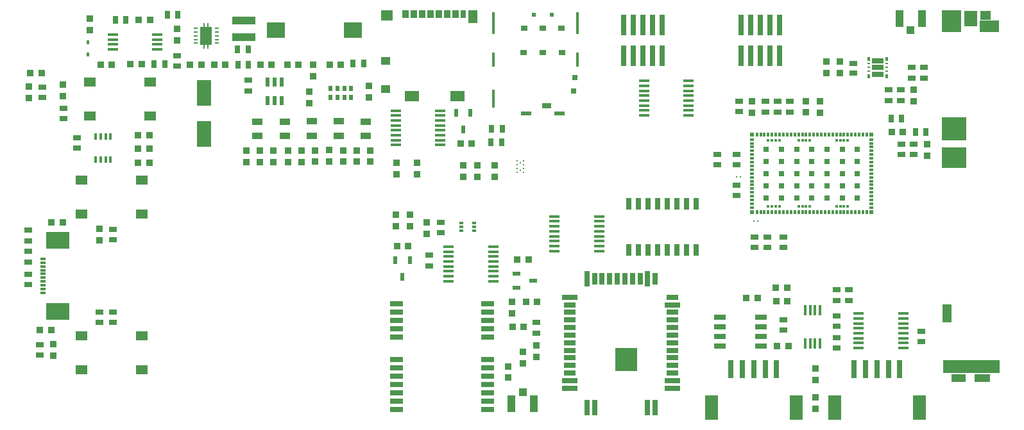
<source format=gtp>
G04*
G04 #@! TF.GenerationSoftware,Altium Limited,Altium Designer,21.6.4 (81)*
G04*
G04 Layer_Color=8421504*
%FSLAX44Y44*%
%MOMM*%
G71*
G04*
G04 #@! TF.SameCoordinates,DA7206DA-C6EB-4482-9556-2D8F6DD5BCF2*
G04*
G04*
G04 #@! TF.FilePolarity,Positive*
G04*
G01*
G75*
%ADD16C,0.2500*%
%ADD17R,0.5000X0.8000*%
%ADD18R,0.9500X0.9000*%
%ADD19R,1.7810X0.8000*%
%ADD20R,1.7810X0.8000*%
%ADD21R,0.7500X1.6000*%
%ADD22R,0.7400X2.7950*%
%ADD23R,0.9000X0.9500*%
%ADD24R,0.7800X0.9900*%
%ADD25R,0.9900X0.7800*%
%ADD26R,1.5500X0.7450*%
%ADD27R,1.5500X0.6700*%
%ADD28R,0.4250X0.5150*%
%ADD29R,0.4250X0.2750*%
%ADD30R,0.9000X0.7000*%
%ADD31R,0.7000X0.7000*%
%ADD32R,1.2000X0.6500*%
%ADD33R,0.4500X2.9000*%
%ADD34R,0.4500X1.9000*%
%ADD35R,0.7500X0.7000*%
%ADD36R,1.4000X0.5000*%
%ADD37R,0.4500X2.4000*%
%ADD38R,0.6000X0.6000*%
%ADD39R,0.8000X0.8000*%
%ADD40R,0.3000X0.3000*%
%ADD41R,0.3000X0.5400*%
%ADD42R,0.5400X0.5400*%
%ADD43R,0.5400X0.3000*%
%ADD44R,0.6000X1.0500*%
%ADD45R,1.4750X0.4500*%
%ADD46R,3.0000X3.0300*%
%ADD47R,0.7000X2.0000*%
%ADD48R,2.0000X0.7000*%
%ADD49R,1.5000X0.7000*%
%ADD50R,0.7000X1.5000*%
%ADD51R,0.2540X0.2540*%
%ADD52R,1.0000X1.0500*%
%ADD53R,1.0500X2.2000*%
%ADD54R,1.5500X1.3500*%
%ADD55R,1.2000X1.0000*%
%ADD56R,1.9000X1.3500*%
%ADD57R,1.1700X1.8000*%
%ADD58R,0.7500X1.1000*%
%ADD59R,0.8500X1.1000*%
%ADD60R,1.5500X1.3000*%
%ADD61R,0.8000X0.3000*%
%ADD62R,3.0500X2.2000*%
%ADD63R,1.5250X0.6500*%
%ADD64R,0.2500X0.6000*%
%ADD65R,1.6500X2.4000*%
%ADD66R,0.6000X0.2400*%
%ADD67R,3.2000X3.1000*%
%ADD68R,3.2000X2.7300*%
%ADD69R,7.5000X1.8000*%
%ADD70R,1.2000X2.4000*%
%ADD71R,2.5000X1.6500*%
%ADD72R,1.7000X2.1000*%
%ADD73R,2.5000X2.9000*%
%ADD74R,1.4000X1.2500*%
%ADD75R,1.9500X1.1000*%
%ADD76R,2.0000X1.1000*%
%ADD77R,1.0500X0.6000*%
%ADD78R,2.4000X2.0000*%
%ADD79R,1.0000X0.6750*%
%ADD80R,1.8500X3.5000*%
%ADD81R,1.4000X0.9000*%
%ADD82R,0.4500X1.4250*%
%ADD83R,0.4200X0.5600*%
%ADD84R,3.0500X1.1400*%
%ADD85R,0.4700X0.3000*%
%ADD86R,0.3500X0.8500*%
%ADD87R,0.8000X2.4000*%
%ADD88R,1.8000X3.3000*%
%ADD89R,0.6000X1.2000*%
%ADD90R,1.4500X0.9500*%
D16*
X669153Y347820D02*
D03*
Y342820D02*
D03*
Y337820D02*
D03*
Y332820D02*
D03*
X664802Y345320D02*
D03*
Y335320D02*
D03*
X660452Y347820D02*
D03*
Y342820D02*
D03*
Y337820D02*
D03*
Y332820D02*
D03*
D17*
X414490Y431165D02*
D03*
X423490D02*
D03*
X432490D02*
D03*
X441490D02*
D03*
Y443165D02*
D03*
X432490D02*
D03*
X423490D02*
D03*
X414490D02*
D03*
D18*
X648970Y76302D02*
D03*
Y61302D02*
D03*
X1183705Y441840D02*
D03*
Y426840D02*
D03*
X686063Y104020D02*
D03*
Y89020D02*
D03*
X1201420Y369570D02*
D03*
Y354570D02*
D03*
X654050Y161170D02*
D03*
Y146170D02*
D03*
X1060450Y426600D02*
D03*
Y411600D02*
D03*
X1041400Y411720D02*
D03*
Y426720D02*
D03*
X970813Y426480D02*
D03*
Y411480D02*
D03*
X1068403Y463790D02*
D03*
Y478790D02*
D03*
X1086445Y478910D02*
D03*
Y463910D02*
D03*
X48260Y105170D02*
D03*
Y90170D02*
D03*
X109542Y242690D02*
D03*
Y257690D02*
D03*
X448835Y361545D02*
D03*
Y346545D02*
D03*
X412750Y346830D02*
D03*
Y361830D02*
D03*
X339090Y361098D02*
D03*
Y346098D02*
D03*
X375920Y346348D02*
D03*
Y361348D02*
D03*
X303005Y361098D02*
D03*
Y346098D02*
D03*
X589280Y326510D02*
D03*
Y341510D02*
D03*
X608330D02*
D03*
Y326510D02*
D03*
X631190D02*
D03*
Y341510D02*
D03*
X386080Y424300D02*
D03*
Y439300D02*
D03*
X464820Y446920D02*
D03*
Y431920D02*
D03*
X391160Y474860D02*
D03*
Y459860D02*
D03*
X668020Y80130D02*
D03*
Y95130D02*
D03*
X541020Y251580D02*
D03*
Y266580D02*
D03*
X519430Y261740D02*
D03*
Y276740D02*
D03*
X500380D02*
D03*
Y261740D02*
D03*
X528320Y330320D02*
D03*
Y345320D02*
D03*
X501650D02*
D03*
Y330320D02*
D03*
X96520Y535820D02*
D03*
Y520820D02*
D03*
X212090Y522193D02*
D03*
Y507193D02*
D03*
X60960Y433190D02*
D03*
Y448190D02*
D03*
X16510Y445770D02*
D03*
Y430770D02*
D03*
X1054100Y35440D02*
D03*
Y20440D02*
D03*
X466878Y361545D02*
D03*
Y346545D02*
D03*
X1054100Y58420D02*
D03*
Y73420D02*
D03*
X430793Y346545D02*
D03*
Y361545D02*
D03*
X394182D02*
D03*
Y346545D02*
D03*
X357877Y346347D02*
D03*
Y361347D02*
D03*
X321047Y361097D02*
D03*
Y346097D02*
D03*
D19*
X501162Y158945D02*
D03*
Y147945D02*
D03*
Y136945D02*
D03*
Y125945D02*
D03*
Y114945D02*
D03*
Y84945D02*
D03*
Y73945D02*
D03*
Y62945D02*
D03*
Y51945D02*
D03*
Y40945D02*
D03*
Y29945D02*
D03*
Y18945D02*
D03*
X621192D02*
D03*
Y29945D02*
D03*
Y40945D02*
D03*
Y147945D02*
D03*
Y136945D02*
D03*
Y125945D02*
D03*
Y114945D02*
D03*
Y84945D02*
D03*
Y73945D02*
D03*
Y62945D02*
D03*
Y51945D02*
D03*
D20*
Y158945D02*
D03*
D21*
X807720Y290850D02*
D03*
X820420D02*
D03*
X833120D02*
D03*
X845820D02*
D03*
X858520D02*
D03*
X871220D02*
D03*
X883920D02*
D03*
X896620D02*
D03*
Y229850D02*
D03*
X883920D02*
D03*
X871220D02*
D03*
X858520D02*
D03*
X845820D02*
D03*
X833120D02*
D03*
X820420D02*
D03*
X807720D02*
D03*
D22*
X956310Y486410D02*
D03*
Y527070D02*
D03*
X969010Y486410D02*
D03*
Y527070D02*
D03*
X981710Y486410D02*
D03*
Y527070D02*
D03*
X994410Y486410D02*
D03*
Y527070D02*
D03*
X1007110Y486410D02*
D03*
Y527070D02*
D03*
X852170Y527060D02*
D03*
Y486400D02*
D03*
X839470Y527060D02*
D03*
Y486400D02*
D03*
X826770Y527060D02*
D03*
Y486400D02*
D03*
X814070Y527060D02*
D03*
Y486400D02*
D03*
X801370Y527060D02*
D03*
Y486400D02*
D03*
D23*
X60840Y266700D02*
D03*
X45840D02*
D03*
X1154550Y386080D02*
D03*
X1169550D02*
D03*
X427870Y474980D02*
D03*
X412870D02*
D03*
X175020Y345440D02*
D03*
X160020D02*
D03*
X160140Y363483D02*
D03*
X175140D02*
D03*
Y381525D02*
D03*
X160140D02*
D03*
X669170Y128270D02*
D03*
X654170D02*
D03*
X501770Y235033D02*
D03*
X516770D02*
D03*
X45720Y124460D02*
D03*
X30720D02*
D03*
X600710Y370840D02*
D03*
X585710D02*
D03*
X243633Y474787D02*
D03*
X228633D02*
D03*
X260675D02*
D03*
X275675D02*
D03*
X149860Y475443D02*
D03*
X164860D02*
D03*
X125610Y474992D02*
D03*
X110610D02*
D03*
X176290Y533863D02*
D03*
X161290D02*
D03*
X17900Y463550D02*
D03*
X32900D02*
D03*
X962660Y166370D02*
D03*
X977660D02*
D03*
X371990Y474980D02*
D03*
X356990D02*
D03*
X321512D02*
D03*
X336512D02*
D03*
X1017150Y162297D02*
D03*
X1002150D02*
D03*
X1017030Y180340D02*
D03*
X1002030D02*
D03*
X1018420Y102870D02*
D03*
X1003420D02*
D03*
X671950Y161290D02*
D03*
X686950D02*
D03*
X675640Y217375D02*
D03*
X660640D02*
D03*
D24*
X1167780Y403860D02*
D03*
X1153780D02*
D03*
X640730Y389890D02*
D03*
X626730D02*
D03*
X130160Y533863D02*
D03*
X144160D02*
D03*
X181580Y475443D02*
D03*
X195580D02*
D03*
X212740Y541020D02*
D03*
X198740D02*
D03*
X305450Y495300D02*
D03*
X291450D02*
D03*
X292070Y474980D02*
D03*
X306070D02*
D03*
X1200180Y386080D02*
D03*
X1186180D02*
D03*
X640080Y372110D02*
D03*
X626080D02*
D03*
X457850Y476250D02*
D03*
X443850D02*
D03*
D25*
X1150620Y441340D02*
D03*
Y427340D02*
D03*
X1166663D02*
D03*
Y441340D02*
D03*
X1181100Y471283D02*
D03*
Y457282D02*
D03*
X949960Y342250D02*
D03*
Y356250D02*
D03*
X924560D02*
D03*
Y342250D02*
D03*
X949960Y301610D02*
D03*
Y315610D02*
D03*
X990600Y233030D02*
D03*
Y247030D02*
D03*
X974090D02*
D03*
Y233030D02*
D03*
X1012190Y247030D02*
D03*
Y233030D02*
D03*
X1019940Y412100D02*
D03*
Y426100D02*
D03*
X1003898D02*
D03*
Y412100D02*
D03*
X987855Y426100D02*
D03*
Y412100D02*
D03*
X953770Y426750D02*
D03*
Y412750D02*
D03*
X1012190Y137810D02*
D03*
Y123810D02*
D03*
X1082040Y177180D02*
D03*
Y163180D02*
D03*
X1098550D02*
D03*
Y177180D02*
D03*
X1082040Y100300D02*
D03*
Y114300D02*
D03*
Y142890D02*
D03*
Y128890D02*
D03*
X1193800Y108570D02*
D03*
Y122570D02*
D03*
X34290Y445150D02*
D03*
Y431150D02*
D03*
X62230Y403210D02*
D03*
Y417210D02*
D03*
X212090Y472873D02*
D03*
Y486873D02*
D03*
X15240Y184150D02*
D03*
Y198150D02*
D03*
X109220Y134042D02*
D03*
Y148041D02*
D03*
X127000Y147970D02*
D03*
Y133970D02*
D03*
X544830Y208900D02*
D03*
Y222900D02*
D03*
X560070Y252700D02*
D03*
Y266700D02*
D03*
X1197143Y471283D02*
D03*
Y457282D02*
D03*
X685800Y120000D02*
D03*
Y134000D02*
D03*
X80010Y378460D02*
D03*
Y364460D02*
D03*
X1183975Y370137D02*
D03*
Y356137D02*
D03*
X1167933Y356137D02*
D03*
Y370137D02*
D03*
X127000Y257190D02*
D03*
Y243190D02*
D03*
X30480Y90790D02*
D03*
Y104790D02*
D03*
X306070Y454040D02*
D03*
Y440040D02*
D03*
X15240Y241920D02*
D03*
Y255920D02*
D03*
Y213980D02*
D03*
Y227980D02*
D03*
D26*
X1136280Y479860D02*
D03*
Y462310D02*
D03*
D27*
Y471090D02*
D03*
D28*
X1124400Y459660D02*
D03*
Y482520D02*
D03*
X1148160D02*
D03*
Y459660D02*
D03*
D29*
X1124400Y466090D02*
D03*
Y471090D02*
D03*
Y476090D02*
D03*
X1148160D02*
D03*
Y466090D02*
D03*
Y471090D02*
D03*
D30*
X669930Y522580D02*
D03*
X694330D02*
D03*
X718730D02*
D03*
X668930Y490880D02*
D03*
X694330D02*
D03*
X719730D02*
D03*
D31*
X737030Y457580D02*
D03*
D32*
X699830Y420830D02*
D03*
D33*
X740280Y529580D02*
D03*
X628780D02*
D03*
D34*
X740280Y481080D02*
D03*
X628780D02*
D03*
D35*
X735280Y439580D02*
D03*
D36*
X716330Y410080D02*
D03*
X672330D02*
D03*
D37*
X628780Y429580D02*
D03*
D38*
X682130Y541080D02*
D03*
X706530D02*
D03*
D39*
X1109369Y298960D02*
D03*
X1089369D02*
D03*
X1069369D02*
D03*
X1049369D02*
D03*
X1029369D02*
D03*
X1009369D02*
D03*
X1109369Y314960D02*
D03*
X1089369D02*
D03*
X1069369D02*
D03*
X1049369D02*
D03*
X1029369D02*
D03*
X1009369D02*
D03*
X1109369Y330960D02*
D03*
X1089369D02*
D03*
X1069369D02*
D03*
X1049369D02*
D03*
X1029369D02*
D03*
X1009369D02*
D03*
X1109369Y346960D02*
D03*
X1089369D02*
D03*
X1069369D02*
D03*
X1049369D02*
D03*
X1029369D02*
D03*
X1009369D02*
D03*
X1109369Y362960D02*
D03*
X1089369D02*
D03*
X1069369D02*
D03*
X989369Y298960D02*
D03*
Y362960D02*
D03*
Y346960D02*
D03*
Y330960D02*
D03*
X1009369Y362960D02*
D03*
X1029369D02*
D03*
X1049369D02*
D03*
X989369Y314960D02*
D03*
D40*
X1096869Y287460D02*
D03*
X1091869D02*
D03*
X1086869D02*
D03*
X1081869D02*
D03*
X1046869D02*
D03*
X1041869D02*
D03*
X1036869D02*
D03*
X1031869D02*
D03*
X991869D02*
D03*
X996869D02*
D03*
X1001869D02*
D03*
X1006869D02*
D03*
X1096869Y374460D02*
D03*
X1091869D02*
D03*
X1086869D02*
D03*
X1081869D02*
D03*
X1046869D02*
D03*
X1041869D02*
D03*
X1036869D02*
D03*
X1031869D02*
D03*
X991869D02*
D03*
X996869D02*
D03*
X1001869D02*
D03*
X1006869D02*
D03*
D41*
X976869Y382160D02*
D03*
X981869D02*
D03*
X986869D02*
D03*
X991869D02*
D03*
X996869D02*
D03*
X1001869D02*
D03*
X1006869D02*
D03*
X1011869D02*
D03*
X1016869D02*
D03*
X1021869D02*
D03*
X1026869D02*
D03*
X1031869D02*
D03*
X1036869D02*
D03*
X1041869D02*
D03*
X1046869D02*
D03*
X1051869D02*
D03*
X1056869D02*
D03*
X1061869D02*
D03*
X1066869D02*
D03*
X1071869D02*
D03*
X1076869D02*
D03*
X1081869D02*
D03*
X1086869D02*
D03*
X1091869D02*
D03*
X1096869D02*
D03*
X1101869D02*
D03*
X1106869D02*
D03*
X1111869D02*
D03*
X1116869D02*
D03*
X1121869D02*
D03*
Y279760D02*
D03*
X1116869D02*
D03*
X1111869D02*
D03*
X1106869D02*
D03*
X1101869D02*
D03*
X1096869D02*
D03*
X1091869D02*
D03*
X1086869D02*
D03*
X1081869D02*
D03*
X1076869D02*
D03*
X1071869D02*
D03*
X1066869D02*
D03*
X1061869D02*
D03*
X1056869D02*
D03*
X1051869D02*
D03*
X1046869D02*
D03*
X1041869D02*
D03*
X1036869D02*
D03*
X1031869D02*
D03*
X1026869D02*
D03*
X1021869D02*
D03*
X1016869D02*
D03*
X1011869D02*
D03*
X1006869D02*
D03*
X1001869D02*
D03*
X996869D02*
D03*
X991869D02*
D03*
X986869D02*
D03*
X981869D02*
D03*
X976869D02*
D03*
D42*
X1128068Y382160D02*
D03*
Y279760D02*
D03*
X970668D02*
D03*
Y382160D02*
D03*
D43*
X1128068Y375960D02*
D03*
Y370960D02*
D03*
Y365960D02*
D03*
Y360960D02*
D03*
Y355960D02*
D03*
Y350960D02*
D03*
Y345960D02*
D03*
Y340960D02*
D03*
Y335960D02*
D03*
Y330960D02*
D03*
Y325960D02*
D03*
Y320960D02*
D03*
Y315960D02*
D03*
Y310960D02*
D03*
Y305960D02*
D03*
Y300960D02*
D03*
Y295960D02*
D03*
Y290960D02*
D03*
Y285960D02*
D03*
X970668D02*
D03*
Y290960D02*
D03*
Y295960D02*
D03*
Y300960D02*
D03*
Y305960D02*
D03*
Y310960D02*
D03*
Y315960D02*
D03*
Y320960D02*
D03*
Y325960D02*
D03*
Y330960D02*
D03*
Y335960D02*
D03*
Y340960D02*
D03*
Y345960D02*
D03*
Y350960D02*
D03*
Y355960D02*
D03*
Y360960D02*
D03*
Y365960D02*
D03*
Y370960D02*
D03*
Y375960D02*
D03*
D44*
X598780Y411133D02*
D03*
X579780D02*
D03*
X589280Y389133D02*
D03*
X518770Y216740D02*
D03*
X499770D02*
D03*
X509270Y194740D02*
D03*
D45*
X500108Y414025D02*
D03*
Y407525D02*
D03*
Y401025D02*
D03*
Y394525D02*
D03*
Y388025D02*
D03*
Y381525D02*
D03*
Y375025D02*
D03*
Y368525D02*
D03*
X558868D02*
D03*
Y375025D02*
D03*
Y381525D02*
D03*
Y388025D02*
D03*
Y394525D02*
D03*
Y401025D02*
D03*
Y407525D02*
D03*
Y414025D02*
D03*
X709760Y228710D02*
D03*
Y235210D02*
D03*
Y241710D02*
D03*
Y248210D02*
D03*
Y254710D02*
D03*
Y261210D02*
D03*
Y267710D02*
D03*
Y274210D02*
D03*
X768520D02*
D03*
Y267710D02*
D03*
Y261210D02*
D03*
Y254710D02*
D03*
Y248210D02*
D03*
Y241710D02*
D03*
Y235210D02*
D03*
Y228710D02*
D03*
X628820Y188737D02*
D03*
Y195238D02*
D03*
Y201737D02*
D03*
Y208237D02*
D03*
Y214738D02*
D03*
Y221238D02*
D03*
Y227737D02*
D03*
Y234237D02*
D03*
X570060D02*
D03*
Y227737D02*
D03*
Y221238D02*
D03*
Y214738D02*
D03*
Y208237D02*
D03*
Y201737D02*
D03*
Y195238D02*
D03*
Y188737D02*
D03*
X886630Y407780D02*
D03*
Y414280D02*
D03*
Y420780D02*
D03*
Y427280D02*
D03*
Y433780D02*
D03*
Y440280D02*
D03*
Y446780D02*
D03*
Y453280D02*
D03*
X827870D02*
D03*
Y446780D02*
D03*
Y440280D02*
D03*
Y433780D02*
D03*
Y427280D02*
D03*
Y420780D02*
D03*
Y414280D02*
D03*
Y407780D02*
D03*
X1111080Y145940D02*
D03*
Y139440D02*
D03*
Y132940D02*
D03*
Y126440D02*
D03*
Y119940D02*
D03*
Y113440D02*
D03*
Y106940D02*
D03*
Y100440D02*
D03*
X1169840D02*
D03*
Y106940D02*
D03*
Y113440D02*
D03*
Y119940D02*
D03*
Y126440D02*
D03*
Y132940D02*
D03*
Y139440D02*
D03*
Y145940D02*
D03*
X126830Y514538D02*
D03*
Y508038D02*
D03*
Y501538D02*
D03*
Y495038D02*
D03*
X185590D02*
D03*
Y501538D02*
D03*
Y508038D02*
D03*
Y514538D02*
D03*
D46*
X804678Y84980D02*
D03*
D47*
X842678Y21680D02*
D03*
X832678D02*
D03*
X762678D02*
D03*
X752678D02*
D03*
Y191680D02*
D03*
X832678D02*
D03*
D48*
X730177Y47480D02*
D03*
Y57480D02*
D03*
Y167480D02*
D03*
X865177Y157480D02*
D03*
Y57480D02*
D03*
Y47480D02*
D03*
D49*
X730177Y67480D02*
D03*
Y77480D02*
D03*
Y87480D02*
D03*
Y97480D02*
D03*
Y107480D02*
D03*
Y117480D02*
D03*
Y127480D02*
D03*
Y137480D02*
D03*
Y147480D02*
D03*
Y157480D02*
D03*
X865177Y167480D02*
D03*
Y147480D02*
D03*
Y137480D02*
D03*
Y127480D02*
D03*
Y117480D02*
D03*
Y107480D02*
D03*
Y97480D02*
D03*
Y87480D02*
D03*
Y77480D02*
D03*
Y67480D02*
D03*
D50*
X762678Y191680D02*
D03*
X772678D02*
D03*
X782678D02*
D03*
X792678D02*
D03*
X802678D02*
D03*
X812678D02*
D03*
X822678D02*
D03*
X842678D02*
D03*
D51*
X955040Y326390D02*
D03*
X949960D02*
D03*
X972820Y267970D02*
D03*
X977900D02*
D03*
D52*
X1179830Y520690D02*
D03*
X668020Y41920D02*
D03*
D53*
X1165080Y535940D02*
D03*
X1194580D02*
D03*
X653270Y26670D02*
D03*
X682770D02*
D03*
D54*
X488720Y540070D02*
D03*
D55*
X486970Y479820D02*
D03*
Y442820D02*
D03*
D56*
X521970Y433070D02*
D03*
X581670D02*
D03*
D57*
X601920Y537820D02*
D03*
D58*
X589820Y541320D02*
D03*
D59*
X579320D02*
D03*
X568320D02*
D03*
X557320D02*
D03*
X546320D02*
D03*
X535320D02*
D03*
X524320D02*
D03*
X513320D02*
D03*
D60*
X165480Y71480D02*
D03*
X85980D02*
D03*
X165480Y116480D02*
D03*
X85980D02*
D03*
X96862Y451760D02*
D03*
X176362D02*
D03*
X96862Y406760D02*
D03*
X176362D02*
D03*
X85980Y322220D02*
D03*
X165480D02*
D03*
X85980Y277220D02*
D03*
X165480D02*
D03*
D61*
X34689Y173280D02*
D03*
Y178280D02*
D03*
Y183280D02*
D03*
Y188280D02*
D03*
Y193280D02*
D03*
Y198280D02*
D03*
Y203280D02*
D03*
Y208280D02*
D03*
Y213280D02*
D03*
Y218280D02*
D03*
D62*
X53939Y148780D02*
D03*
Y242780D02*
D03*
D63*
X927920Y140970D02*
D03*
Y128270D02*
D03*
Y115570D02*
D03*
Y102870D02*
D03*
X982160D02*
D03*
Y115570D02*
D03*
Y128270D02*
D03*
Y140970D02*
D03*
D64*
X252642Y527580D02*
D03*
X247642D02*
D03*
X252642Y498580D02*
D03*
X247642D02*
D03*
D65*
X250142Y513080D02*
D03*
D66*
X236141Y503080D02*
D03*
Y508080D02*
D03*
Y513080D02*
D03*
Y518080D02*
D03*
Y523080D02*
D03*
X264142D02*
D03*
Y518080D02*
D03*
Y513080D02*
D03*
Y508080D02*
D03*
Y503080D02*
D03*
D67*
X1237370Y390030D02*
D03*
D68*
Y351880D02*
D03*
D69*
X1259870Y75530D02*
D03*
D70*
X1227470Y146030D02*
D03*
D71*
X1283970Y525780D02*
D03*
D72*
X1258970Y536030D02*
D03*
D73*
X1233970Y532030D02*
D03*
D74*
X1278470Y540280D02*
D03*
D75*
X1243120Y61030D02*
D03*
D76*
X1274370D02*
D03*
D77*
X659560Y198833D02*
D03*
Y179832D02*
D03*
X681560Y189333D02*
D03*
D78*
X443440Y520810D02*
D03*
X342440D02*
D03*
D79*
X1104488Y463550D02*
D03*
Y476790D02*
D03*
D80*
X247650Y437210D02*
D03*
Y383210D02*
D03*
D81*
X461010Y399588D02*
D03*
Y380588D02*
D03*
X425450Y399873D02*
D03*
Y380873D02*
D03*
X354330Y399390D02*
D03*
Y380390D02*
D03*
X389890Y399873D02*
D03*
Y380873D02*
D03*
D82*
X1040540Y150390D02*
D03*
X1047040D02*
D03*
X1053540D02*
D03*
X1060040D02*
D03*
Y106150D02*
D03*
X1053540D02*
D03*
X1047040D02*
D03*
X1040540D02*
D03*
D83*
X93980Y488570D02*
D03*
Y504570D02*
D03*
D84*
X299720Y511308D02*
D03*
Y532909D02*
D03*
D85*
X587280Y255350D02*
D03*
Y260350D02*
D03*
Y265350D02*
D03*
X603980D02*
D03*
Y260350D02*
D03*
Y255350D02*
D03*
D86*
X124050Y379990D02*
D03*
X117550D02*
D03*
X111050D02*
D03*
X104550D02*
D03*
Y348990D02*
D03*
X111050D02*
D03*
X117550D02*
D03*
X124050D02*
D03*
D87*
X1002820Y72640D02*
D03*
X987820D02*
D03*
X972820D02*
D03*
X957820D02*
D03*
X942820D02*
D03*
X1165428D02*
D03*
X1150428D02*
D03*
X1135428D02*
D03*
X1120427D02*
D03*
X1105428D02*
D03*
D88*
X1028820Y22140D02*
D03*
X916820D02*
D03*
X1191428D02*
D03*
X1079428D02*
D03*
D89*
X330860Y426920D02*
D03*
X340360D02*
D03*
X349860D02*
D03*
Y451920D02*
D03*
X340360D02*
D03*
X330860D02*
D03*
D90*
X317500Y380390D02*
D03*
Y399390D02*
D03*
M02*

</source>
